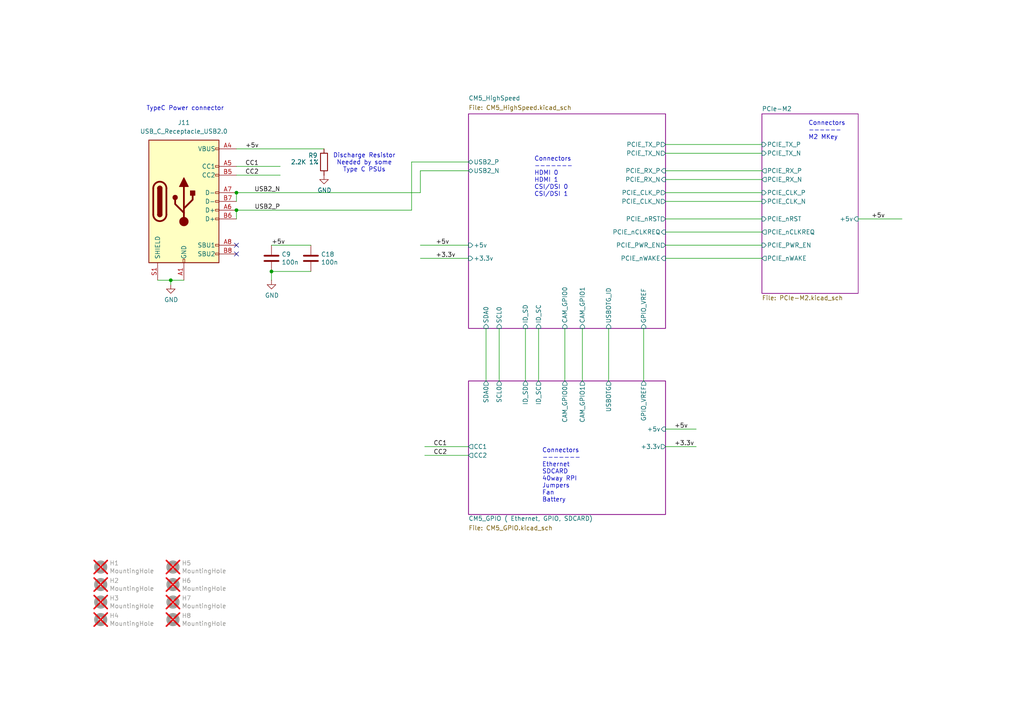
<source format=kicad_sch>
(kicad_sch (version 20231120) (generator "eeschema") (generator_version "8.0")
  (paper "A4")
  (lib_symbols
    (symbol "Connector:USB_C_Receptacle_USB2.0_16P" (pin_names (offset 1.016))
      (property "Reference" "J" (at 0 22.225 0))
      (property "Value" "USB_C_Receptacle_USB2.0_16P" (at 0 19.685 0))
      (symbol "USB_C_Receptacle_USB2.0_16P_0_0"
        (rectangle (start -0.254 -17.78) (end 0.254 -16.764))
        (rectangle (start 10.16 -14.986) (end 9.144 -15.494))
        (rectangle (start 10.16 -12.446) (end 9.144 -12.954))
        (rectangle (start 10.16 -4.826) (end 9.144 -5.334))
        (rectangle (start 10.16 -2.286) (end 9.144 -2.794))
        (rectangle (start 10.16 0.254) (end 9.144 -0.254))
        (rectangle (start 10.16 2.794) (end 9.144 2.286))
        (rectangle (start 10.16 7.874) (end 9.144 7.366))
        (rectangle (start 10.16 10.414) (end 9.144 9.906))
        (rectangle (start 10.16 15.494) (end 9.144 14.986))
      )
      (symbol "USB_C_Receptacle_USB2.0_16P_0_1"
        (rectangle (start -10.16 17.78) (end 10.16 -17.78) (stroke (width 0.254)) (fill (type background)))
        (arc (start -8.89 -3.81) (mid -6.985 -5.7067) (end -5.08 -3.81) (stroke (width 0.508)))
        (arc (start -7.62 -3.81) (mid -6.985 -4.4423) (end -6.35 -3.81) (stroke (width 0.254)))
        (arc (start -7.62 -3.81) (mid -6.985 -4.4423) (end -6.35 -3.81) (stroke (width 0.254)) (fill (type outline)))
        (rectangle (start -7.62 -3.81) (end -6.35 3.81) (stroke (width 0.254)) (fill (type outline)))
        (arc (start -6.35 3.81) (mid -6.985 4.4423) (end -7.62 3.81) (stroke (width 0.254)))
        (arc (start -6.35 3.81) (mid -6.985 4.4423) (end -7.62 3.81) (stroke (width 0.254)) (fill (type outline)))
        (arc (start -5.08 3.81) (mid -6.985 5.7067) (end -8.89 3.81) (stroke (width 0.508)))
        (circle (center -2.54 1.143) (radius 0.635) (stroke (width 0.254)) (fill (type outline)))
        (circle (center 0 -5.842) (radius 1.27) (fill (type outline)))
        (polyline (pts (xy -8.89 -3.81) (xy -8.89 3.81)) (stroke (width 0.508)))
        (polyline (pts (xy -5.08 3.81) (xy -5.08 -3.81)) (stroke (width 0.508)))
        (polyline (pts (xy 0 -5.842) (xy 0 4.318)) (stroke (width 0.508)))
        (polyline (pts (xy 0 -3.302) (xy -2.54 -0.762) (xy -2.54 0.508)) (stroke (width 0.508)))
        (polyline (pts (xy 0 -2.032) (xy 2.54 0.508) (xy 2.54 1.778)) (stroke (width 0.508)))
        (polyline (pts (xy -1.27 4.318) (xy 0 6.858) (xy 1.27 4.318) (xy -1.27 4.318)) (stroke (width 0.254)) (fill (type outline)))
        (rectangle (start 1.905 1.778) (end 3.175 3.048) (stroke (width 0.254)) (fill (type outline)))
      )
      (symbol "USB_C_Receptacle_USB2.0_16P_1_1"
        (pin passive line (at 0 -22.86 90) (length 5.08) (name "GND") (number "A1"))
        (pin passive line (at 0 -22.86 90) (length 5.08) hide (name "GND") (number "A12"))
        (pin passive line (at 15.24 15.24 180) (length 5.08) (name "VBUS") (number "A4"))
        (pin bidirectional line (at 15.24 10.16 180) (length 5.08) (name "CC1") (number "A5"))
        (pin bidirectional line (at 15.24 -2.54 180) (length 5.08) (name "D+") (number "A6"))
        (pin bidirectional line (at 15.24 2.54 180) (length 5.08) (name "D-") (number "A7"))
        (pin bidirectional line (at 15.24 -12.7 180) (length 5.08) (name "SBU1") (number "A8"))
        (pin passive line (at 15.24 15.24 180) (length 5.08) hide (name "VBUS") (number "A9"))
        (pin passive line (at 0 -22.86 90) (length 5.08) hide (name "GND") (number "B1"))
        (pin passive line (at 0 -22.86 90) (length 5.08) hide (name "GND") (number "B12"))
        (pin passive line (at 15.24 15.24 180) (length 5.08) hide (name "VBUS") (number "B4"))
        (pin bidirectional line (at 15.24 7.62 180) (length 5.08) (name "CC2") (number "B5"))
        (pin bidirectional line (at 15.24 -5.08 180) (length 5.08) (name "D+") (number "B6"))
        (pin bidirectional line (at 15.24 0 180) (length 5.08) (name "D-") (number "B7"))
        (pin bidirectional line (at 15.24 -15.24 180) (length 5.08) (name "SBU2") (number "B8"))
        (pin passive line (at 15.24 15.24 180) (length 5.08) hide (name "VBUS") (number "B9"))
        (pin passive line (at -7.62 -22.86 90) (length 5.08) (name "SHIELD") (number "S1"))
      )
    )
    (symbol "Device:C" (pin_numbers hide) (pin_names (offset 0.254))
      (property "Reference" "C" (at 0.635 2.54 0))
      (property "Value" "C" (at 0.635 -2.54 0))
      (symbol "C_0_1"
        (polyline (pts (xy -2.032 -0.762) (xy 2.032 -0.762)) (stroke (width 0.508)))
        (polyline (pts (xy -2.032 0.762) (xy 2.032 0.762)) (stroke (width 0.508)))
      )
      (symbol "C_1_1"
        (pin passive line (at 0 3.81 270) (length 2.794) (name "~") (number "1"))
        (pin passive line (at 0 -3.81 90) (length 2.794) (name "~") (number "2"))
      )
    )
    (symbol "Device:R" (pin_numbers hide) (pin_names (offset 0))
      (property "Reference" "R" (at 2.032 0 90))
      (property "Value" "R" (at 0 0 90))
      (symbol "R_0_1"
        (rectangle (start -1.016 -2.54) (end 1.016 2.54) (stroke (width 0.254)))
      )
      (symbol "R_1_1"
        (pin passive line (at 0 3.81 270) (length 1.27) (name "~") (number "1"))
        (pin passive line (at 0 -3.81 90) (length 1.27) (name "~") (number "2"))
      )
    )
    (symbol "Mechanical:MountingHole" (pin_names (offset 1.016))
      (property "Reference" "H" (at 0 5.08 0))
      (property "Value" "MountingHole" (at 0 3.175 0))
      (symbol "MountingHole_0_1"
        (circle (center 0 0) (radius 1.27) (stroke (width 1.27)))
      )
    )
    (symbol "power:GND" (power) (pin_numbers hide) (pin_names (offset 0) hide)
      (property "Value" "GND" (at 0 -3.81 0))
      (symbol "GND_0_1"
        (polyline (pts (xy 0 0) (xy 0 -1.27) (xy 1.27 -1.27) (xy 0 -2.54) (xy -1.27 -1.27) (xy 0 -1.27)))
      )
      (symbol "GND_1_1"
        (pin power_in line (at 0 0 270) (length 0) (name "~") (number "1"))
      )
    )
  )
  (junction (at 49.53 81.28))
  (junction (at 78.74 78.74))
  (junction (at 68.58 60.96))
  (junction (at 68.58 55.88))
  (no_connect (at 68.58 73.66))
  (no_connect (at 68.58 71.12))
  (wire (pts (xy 121.92 74.93) (xy 135.89 74.93)))
  (wire (pts (xy 193.04 129.54) (xy 201.93 129.54)))
  (wire (pts (xy 186.69 95.25) (xy 186.69 110.49)))
  (wire (pts (xy 119.38 46.99) (xy 135.89 46.99)))
  (wire (pts (xy 193.04 52.07) (xy 220.98 52.07)))
  (wire (pts (xy 68.58 50.8) (xy 81.28 50.8)))
  (wire (pts (xy 193.04 67.31) (xy 220.98 67.31)))
  (wire (pts (xy 121.92 55.88) (xy 121.92 49.53)))
  (wire (pts (xy 49.53 82.55) (xy 49.53 81.28)))
  (wire (pts (xy 140.97 95.25) (xy 140.97 110.49)))
  (wire (pts (xy 193.04 41.91) (xy 220.98 41.91)))
  (wire (pts (xy 78.74 78.74) (xy 90.17 78.74)))
  (wire (pts (xy 68.58 60.96) (xy 119.38 60.96)))
  (wire (pts (xy 156.21 95.25) (xy 156.21 110.49)))
  (wire (pts (xy 144.78 95.25) (xy 144.78 110.49)))
  (wire (pts (xy 123.19 132.08) (xy 135.89 132.08)))
  (wire (pts (xy 193.04 55.88) (xy 220.98 55.88)))
  (wire (pts (xy 163.83 95.25) (xy 163.83 110.49)))
  (wire (pts (xy 119.38 46.99) (xy 119.38 60.96)))
  (wire (pts (xy 168.91 95.25) (xy 168.91 110.49)))
  (wire (pts (xy 193.04 49.53) (xy 220.98 49.53)))
  (wire (pts (xy 78.74 78.74) (xy 78.74 81.28)))
  (wire (pts (xy 176.53 95.25) (xy 176.53 110.49)))
  (wire (pts (xy 193.04 63.5) (xy 220.98 63.5)))
  (wire (pts (xy 68.58 43.18) (xy 93.98 43.18)))
  (wire (pts (xy 68.58 60.96) (xy 68.58 63.5)))
  (wire (pts (xy 78.74 71.12) (xy 90.17 71.12)))
  (wire (pts (xy 248.92 63.5) (xy 261.62 63.5)))
  (wire (pts (xy 193.04 71.12) (xy 220.98 71.12)))
  (wire (pts (xy 49.53 81.28) (xy 53.34 81.28)))
  (wire (pts (xy 193.04 58.42) (xy 220.98 58.42)))
  (wire (pts (xy 45.72 81.28) (xy 49.53 81.28)))
  (wire (pts (xy 68.58 48.26) (xy 81.28 48.26)))
  (wire (pts (xy 152.4 95.25) (xy 152.4 110.49)))
  (wire (pts (xy 193.04 124.46) (xy 201.93 124.46)))
  (wire (pts (xy 68.58 55.88) (xy 68.58 58.42)))
  (wire (pts (xy 123.19 129.54) (xy 135.89 129.54)))
  (wire (pts (xy 121.92 71.12) (xy 135.89 71.12)))
  (wire (pts (xy 121.92 49.53) (xy 135.89 49.53)))
  (wire (pts (xy 193.04 44.45) (xy 220.98 44.45)))
  (wire (pts (xy 68.58 55.88) (xy 121.92 55.88)))
  (wire (pts (xy 193.04 74.93) (xy 220.98 74.93)))
  (text "Connectors\n-------\nEthernet\nSDCARD\n40way RPI\nJumpers\nFan\nBattery" (at 157.226 145.796 0) (effects (font (size 1.27 1.27)) (justify left bottom)))
  (text "Connectors\n------\nM2 MKey" (at 234.442 40.64 0) (effects (font (size 1.27 1.27)) (justify left bottom)))
  (text "Discharge Resistor\nNeeded by some\nType C PSUs" (at 105.664 47.244 0) (effects (font (size 1.27 1.27))))
  (text "TypeC Power connector" (at 42.418 32.258 0) (effects (font (size 1.27 1.27)) (justify left bottom)))
  (text "Connectors\n-------\nHDMI 0\nHDMI 1\nCSI/DSI 0\nCSI/DSI 1" (at 154.94 57.15 0) (effects (font (size 1.27 1.27)) (justify left bottom)))
  (label "+5v" (at 78.74 71.12 0))
  (label "CC1" (at 125.73 129.54 0))
  (label "CC2" (at 125.73 132.08 0))
  (label "+5v" (at 252.73 63.5 0))
  (label "+5v" (at 195.58 124.46 0))
  (label "+5v" (at 126.365 71.12 0))
  (label "USB2_P" (at 81.28 60.96 180))
  (label "CC1" (at 71.12 48.26 0))
  (label "USB2_N" (at 81.28 55.88 180))
  (label "+3.3v" (at 195.58 129.54 0))
  (label "+3.3v" (at 126.365 74.93 0))
  (label "CC2" (at 71.12 50.8 0))
  (label "+5v" (at 71.12 43.18 0))
  (symbol (lib_id "Mechanical:MountingHole") (at 29.21 179.705 0) (unit 1) (exclude_from_sim yes) (in_bom no) (dnp yes)
    (property "Reference" "H4" (at 31.75 178.562 0) (effects (justify left)))
    (property "Value" "MountingHole" (at 31.75 180.848 0) (effects (justify left)))
    (property "Footprint" "CM5IO:MountingHole_2.7mm_M2.5_DIN965" (effects (hide yes)))
    (property "Field4" "nf" (effects (hide yes)))
    (property "Field5" "nf" (effects (hide yes)))
    (property "Field6" "nf" (effects (hide yes)))
    (property "Field7" "nf" (effects (hide yes)))
    (property "Part Description" "M2.5 mounting hole" (effects (hide yes)))
  )
  (symbol (lib_id "Mechanical:MountingHole") (at 29.21 174.625 0) (unit 1) (exclude_from_sim yes) (in_bom no) (dnp yes)
    (property "Reference" "H3" (at 31.75 173.482 0) (effects (justify left)))
    (property "Value" "MountingHole" (at 31.75 175.768 0) (effects (justify left)))
    (property "Footprint" "CM5IO:MountingHole_2.7mm_M2.5_DIN965" (effects (hide yes)))
    (property "Field4" "nf" (effects (hide yes)))
    (property "Field5" "nf" (effects (hide yes)))
    (property "Field6" "nf" (effects (hide yes)))
    (property "Field7" "nf" (effects (hide yes)))
    (property "Part Description" "M2.5 mounting hole" (effects (hide yes)))
  )
  (symbol (lib_id "Mechanical:MountingHole") (at 29.21 169.545 0) (unit 1) (exclude_from_sim yes) (in_bom no) (dnp yes)
    (property "Reference" "H2" (at 31.75 168.402 0) (effects (justify left)))
    (property "Value" "MountingHole" (at 31.75 170.688 0) (effects (justify left)))
    (property "Footprint" "CM5IO:MountingHole_2.7mm_M2.5_DIN965" (effects (hide yes)))
    (property "Field4" "nf" (effects (hide yes)))
    (property "Field5" "nf" (effects (hide yes)))
    (property "Field6" "nf" (effects (hide yes)))
    (property "Field7" "nf" (effects (hide yes)))
    (property "Part Description" "M2.5 mounting hole" (effects (hide yes)))
  )
  (symbol (lib_id "Mechanical:MountingHole") (at 29.21 164.465 0) (unit 1) (exclude_from_sim yes) (in_bom no) (dnp yes)
    (property "Reference" "H1" (at 31.75 163.322 0) (effects (justify left)))
    (property "Value" "MountingHole" (at 31.75 165.608 0) (effects (justify left)))
    (property "Footprint" "CM5IO:MountingHole_2.7mm_M2.5_DIN965" (effects (hide yes)))
    (property "Field4" "nf" (effects (hide yes)))
    (property "Field5" "nf" (effects (hide yes)))
    (property "Field6" "nf" (effects (hide yes)))
    (property "Field7" "nf" (effects (hide yes)))
    (property "Part Description" "M2.5 mounting hole" (effects (hide yes)))
  )
  (symbol (lib_id "Mechanical:MountingHole") (at 50.165 164.465 0) (unit 1) (exclude_from_sim yes) (in_bom no) (dnp yes)
    (property "Reference" "H5" (at 52.705 163.322 0) (effects (justify left)))
    (property "Value" "MountingHole" (at 52.705 165.608 0) (effects (justify left)))
    (property "Footprint" "CM5IO:MountingHole_2.7mm_M2.5_DIN965" (effects (hide yes)))
    (property "Field4" "nf" (effects (hide yes)))
    (property "Field5" "nf" (effects (hide yes)))
    (property "Field6" "nf" (effects (hide yes)))
    (property "Field7" "nf" (effects (hide yes)))
    (property "Part Description" "M2.5 mounting hole" (effects (hide yes)))
  )
  (symbol (lib_id "Mechanical:MountingHole") (at 50.165 179.705 0) (unit 1) (exclude_from_sim yes) (in_bom no) (dnp yes)
    (property "Reference" "H8" (at 52.705 178.562 0) (effects (justify left)))
    (property "Value" "MountingHole" (at 52.705 180.848 0) (effects (justify left)))
    (property "Footprint" "CM5IO:MountingHole_2.7mm_M2.5_DIN965" (effects (hide yes)))
    (property "Field4" "nf" (effects (hide yes)))
    (property "Field5" "nf" (effects (hide yes)))
    (property "Field6" "nf" (effects (hide yes)))
    (property "Field7" "nf" (effects (hide yes)))
    (property "Part Description" "M2.5 mounting hole" (effects (hide yes)))
  )
  (symbol (lib_id "Mechanical:MountingHole") (at 50.165 174.625 0) (unit 1) (exclude_from_sim yes) (in_bom no) (dnp yes)
    (property "Reference" "H7" (at 52.705 173.482 0) (effects (justify left)))
    (property "Value" "MountingHole" (at 52.705 175.768 0) (effects (justify left)))
    (property "Footprint" "CM5IO:MountingHole_2.7mm_M2.5_DIN965" (effects (hide yes)))
    (property "Field4" "nf" (effects (hide yes)))
    (property "Field5" "nf" (effects (hide yes)))
    (property "Field6" "nf" (effects (hide yes)))
    (property "Field7" "nf" (effects (hide yes)))
    (property "Part Description" "M2.5 mounting hole" (effects (hide yes)))
  )
  (symbol (lib_id "Mechanical:MountingHole") (at 50.165 169.545 0) (unit 1) (exclude_from_sim yes) (in_bom no) (dnp yes)
    (property "Reference" "H6" (at 52.705 168.402 0) (effects (justify left)))
    (property "Value" "MountingHole" (at 52.705 170.688 0) (effects (justify left)))
    (property "Footprint" "CM5IO:MountingHole_2.7mm_M2.5_DIN965" (effects (hide yes)))
    (property "Field4" "nf" (effects (hide yes)))
    (property "Field5" "nf" (effects (hide yes)))
    (property "Field6" "nf" (effects (hide yes)))
    (property "Field7" "nf" (effects (hide yes)))
    (property "Part Description" "M2.5 mounting hole" (effects (hide yes)))
  )
  (symbol (lib_id "power:GND") (at 93.98 50.8 0) (unit 1)
    (property "Reference" "#PWR031" (effects (hide yes)))
    (property "Value" "GND" (at 94.107 55.1942 0))
    (property "Description" "Power symbol creates a global label with name \"GND\" , ground" (effects (hide yes)))
  )
  (symbol (lib_id "Device:C") (at 90.17 74.93 0) (unit 1)
    (property "Reference" "C18" (at 93.091 73.7616 0) (effects (justify left)))
    (property "Value" "100n" (at 93.091 76.073 0) (effects (justify left)))
    (property "Footprint" "Capacitor_SMD:C_0402_1005Metric" (effects (hide yes)))
    (property "Datasheet" "https://search.murata.co.jp/Ceramy/image/img/A01X/G101/ENG/GRM155R71C104KA88-01.pdf" (effects (hide yes)))
    (property "Field4" "Farnell" (effects (hide yes)))
    (property "Field5" "2611911" (effects (hide yes)))
    (property "Field6" "RM EMK105 B7104KV-F" (effects (hide yes)))
    (property "Field7" "TAIYO YUDEN EUROPE GMBH" (effects (hide yes)))
    (property "Field8" "110091611" (effects (hide yes)))
    (property "Part Description" "	0.1uF 10% 16V Ceramic Capacitor X7R 0402 (1005 Metric)" (effects (hide yes)))
  )
  (symbol (lib_id "Connector:USB_C_Receptacle_USB2.0_16P") (at 53.34 58.42 0) (unit 1)
    (property "Reference" "J11" (at 53.34 35.56 0))
    (property "Value" "USB_C_Receptacle_USB2.0" (at 53.34 38.1 0))
    (property "Footprint" "Connector_USB:USB_C_Receptacle_GCT_USB4105-xx-A_16P_TopMnt_Horizontal" (effects (hide yes)))
    (property "Datasheet" "https://www.usb.org/sites/default/files/documents/usb_type-c.zip" (effects (hide yes)))
    (property "Field5" "USBF31-0171" (effects (hide yes)))
    (property "Field6" "USBF31-0171" (effects (hide yes)))
    (property "Field7" "MTCONN" (effects (hide yes)))
    (property "Part Description" "USBC USB2 data and power connector" (effects (hide yes)))
  )
  (symbol (lib_id "Device:R") (at 93.98 46.99 0) (unit 1)
    (property "Reference" "R9" (at 89.408 45.085 0) (effects (justify left)))
    (property "Value" "2.2K 1%" (at 84.328 46.99 0) (effects (justify left)))
    (property "Footprint" "Resistor_SMD:R_0402_1005Metric" (effects (hide yes)))
    (property "Datasheet" "https://fscdn.rohm.com/en/products/databook/datasheet/passive/resistor/chip_resistor/mcr-e.pdf" (effects (hide yes)))
    (property "Field4" "Farnell" (effects (hide yes)))
    (property "Part Description" "Resistor 2.2K M1005 1% 63mW" (effects (hide yes)))
  )
  (symbol (lib_id "Device:C") (at 78.74 74.93 0) (unit 1)
    (property "Reference" "C9" (at 81.661 73.7616 0) (effects (justify left)))
    (property "Value" "100n" (at 81.661 76.073 0) (effects (justify left)))
    (property "Footprint" "Capacitor_SMD:C_0402_1005Metric" (effects (hide yes)))
    (property "Datasheet" "https://search.murata.co.jp/Ceramy/image/img/A01X/G101/ENG/GRM155R71C104KA88-01.pdf" (effects (hide yes)))
    (property "Field4" "Farnell" (effects (hide yes)))
    (property "Field5" "2611911" (effects (hide yes)))
    (property "Field6" "RM EMK105 B7104KV-F" (effects (hide yes)))
    (property "Field7" "TAIYO YUDEN EUROPE GMBH" (effects (hide yes)))
    (property "Field8" "110091611" (effects (hide yes)))
    (property "Part Description" "	0.1uF 10% 16V Ceramic Capacitor X7R 0402 (1005 Metric)" (effects (hide yes)))
  )
  (symbol (lib_id "power:GND") (at 49.53 82.55 0) (unit 1)
    (property "Reference" "#PWR02" (effects (hide yes)))
    (property "Value" "GND" (at 49.657 86.9442 0))
    (property "Description" "Power symbol creates a global label with name \"GND\" , ground" (effects (hide yes)))
  )
  (symbol (lib_id "power:GND") (at 78.74 81.28 0) (unit 1)
    (property "Reference" "#PWR013" (effects (hide yes)))
    (property "Value" "GND" (at 78.867 85.6742 0))
    (property "Description" "Power symbol creates a global label with name \"GND\" , ground" (effects (hide yes)))
  )
  (sheet (at 135.89 110.49) (size 57.15 38.735) (stroke (width 0.1524) (color 132 0 132 1)) (fill (color 255 255 255 0.0000))
    (property "Sheetname" "CM5_GPIO ( Ethernet, GPIO, SDCARD)" (at 135.89 151.13 0) (effects (justify left bottom)))
    (property "Sheetfile" "CM5_GPIO.kicad_sch" (at 135.89 152.4 0) (effects (justify left top)))
    (pin "ID_SC" output (at 156.21 110.49 90))
    (pin "ID_SD" output (at 152.4 110.49 90))
    (pin "SCL0" output (at 144.78 110.49 90))
    (pin "SDA0" output (at 140.97 110.49 90))
    (pin "+5v" input (at 193.04 124.46 0))
    (pin "+3.3v" output (at 193.04 129.54 0))
    (pin "GPIO_VREF" output (at 186.69 110.49 90))
    (pin "CAM_GPIO0" output (at 163.83 110.49 90))
    (pin "CAM_GPIO1" output (at 168.91 110.49 90))
    (pin "CC1" output (at 135.89 129.54 180))
    (pin "USBOTG" output (at 176.53 110.49 90))
    (pin "CC2" output (at 135.89 132.08 180))
  )
  (sheet (at 135.89 33.02) (size 57.15 62.23) (stroke (width 0.1524) (color 132 0 132 1)) (fill (color 255 255 255 0.0000))
    (property "Sheetname" "CM5_HighSpeed" (at 135.89 29.21 0) (effects (justify left bottom)))
    (property "Sheetfile" "CM5_HighSpeed.kicad_sch" (at 135.89 30.48 0) (effects (justify left top)))
    (pin "USB2_N" bidirectional (at 135.89 49.53 180))
    (pin "USB2_P" bidirectional (at 135.89 46.99 180))
    (pin "ID_SC" input (at 156.21 95.25 270))
    (pin "ID_SD" input (at 152.4 95.25 270))
    (pin "SCL0" input (at 144.78 95.25 270))
    (pin "SDA0" input (at 140.97 95.25 270))
    (pin "+5v" input (at 135.89 71.12 180))
    (pin "PCIE_CLK_P" output (at 193.04 55.88 0))
    (pin "PCIE_CLK_N" output (at 193.04 58.42 0))
    (pin "PCIE_TX_P" output (at 193.04 41.91 0))
    (pin "PCIE_TX_N" output (at 193.04 44.45 0))
    (pin "PCIE_nRST" output (at 193.04 63.5 0))
    (pin "PCIE_RX_P" input (at 193.04 49.53 0))
    (pin "PCIE_RX_N" input (at 193.04 52.07 0))
    (pin "PCIE_nCLKREQ" input (at 193.04 67.31 0))
    (pin "+3.3v" input (at 135.89 74.93 180))
    (pin "USBOTG_ID" input (at 176.53 95.25 270))
    (pin "GPIO_VREF" input (at 186.69 95.25 270))
    (pin "PCIE_PWR_EN" output (at 193.04 71.12 0))
    (pin "PCIE_nWAKE" input (at 193.04 74.93 0))
    (pin "CAM_GPIO0" input (at 163.83 95.25 270))
    (pin "CAM_GPIO1" input (at 168.91 95.25 270))
  )
  (sheet (at 220.98 33.02) (size 27.94 52.07) (stroke (width 0.152) (color 132 0 132 1)) (fill (color 255 255 255 0.0000))
    (property "Sheetname" "PCIe-M2" (at 220.98 32.3086 0) (effects (justify left bottom)))
    (property "Sheetfile" "PCIe-M2.kicad_sch" (at 220.98 85.6744 0) (effects (justify left top)))
    (pin "PCIE_CLK_P" input (at 220.98 55.88 180))
    (pin "PCIE_CLK_N" input (at 220.98 58.42 180))
    (pin "PCIE_TX_P" input (at 220.98 41.91 180))
    (pin "PCIE_TX_N" input (at 220.98 44.45 180))
    (pin "PCIE_nCLKREQ" output (at 220.98 67.31 180))
    (pin "PCIE_nRST" input (at 220.98 63.5 180))
    (pin "PCIE_RX_P" output (at 220.98 49.53 180))
    (pin "PCIE_RX_N" output (at 220.98 52.07 180))
    (pin "+5v" input (at 248.92 63.5 0))
    (pin "PCIE_PWR_EN" input (at 220.98 71.12 180))
    (pin "PCIE_nWAKE" output (at 220.98 74.93 180))
  )
)
</source>
